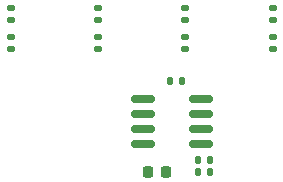
<source format=gbr>
%TF.GenerationSoftware,KiCad,Pcbnew,6.0.11-2627ca5db0~126~ubuntu22.04.1*%
%TF.CreationDate,2023-09-03T11:16:54+02:00*%
%TF.ProjectId,4Bit_I2C_Port_Expander_Module_FUEL4EP,34426974-5f49-4324-935f-506f72745f45,V1.0*%
%TF.SameCoordinates,Original*%
%TF.FileFunction,Paste,Top*%
%TF.FilePolarity,Positive*%
%FSLAX46Y46*%
G04 Gerber Fmt 4.6, Leading zero omitted, Abs format (unit mm)*
G04 Created by KiCad (PCBNEW 6.0.11-2627ca5db0~126~ubuntu22.04.1) date 2023-09-03 11:16:54*
%MOMM*%
%LPD*%
G01*
G04 APERTURE LIST*
G04 Aperture macros list*
%AMRoundRect*
0 Rectangle with rounded corners*
0 $1 Rounding radius*
0 $2 $3 $4 $5 $6 $7 $8 $9 X,Y pos of 4 corners*
0 Add a 4 corners polygon primitive as box body*
4,1,4,$2,$3,$4,$5,$6,$7,$8,$9,$2,$3,0*
0 Add four circle primitives for the rounded corners*
1,1,$1+$1,$2,$3*
1,1,$1+$1,$4,$5*
1,1,$1+$1,$6,$7*
1,1,$1+$1,$8,$9*
0 Add four rect primitives between the rounded corners*
20,1,$1+$1,$2,$3,$4,$5,0*
20,1,$1+$1,$4,$5,$6,$7,0*
20,1,$1+$1,$6,$7,$8,$9,0*
20,1,$1+$1,$8,$9,$2,$3,0*%
G04 Aperture macros list end*
%ADD10RoundRect,0.135000X0.185000X-0.135000X0.185000X0.135000X-0.185000X0.135000X-0.185000X-0.135000X0*%
%ADD11RoundRect,0.140000X0.140000X0.170000X-0.140000X0.170000X-0.140000X-0.170000X0.140000X-0.170000X0*%
%ADD12RoundRect,0.150000X-0.825000X-0.150000X0.825000X-0.150000X0.825000X0.150000X-0.825000X0.150000X0*%
%ADD13RoundRect,0.225000X0.225000X0.250000X-0.225000X0.250000X-0.225000X-0.250000X0.225000X-0.250000X0*%
%ADD14RoundRect,0.135000X-0.135000X-0.185000X0.135000X-0.185000X0.135000X0.185000X-0.135000X0.185000X0*%
%ADD15RoundRect,0.135000X0.135000X0.185000X-0.135000X0.185000X-0.135000X-0.185000X0.135000X-0.185000X0*%
G04 APERTURE END LIST*
D10*
%TO.C,R10*%
X24000000Y15190000D03*
X24000000Y16210000D03*
%TD*%
D11*
%TO.C,C2*%
X16280000Y10000000D03*
X15320000Y10000000D03*
%TD*%
D12*
%TO.C,U1*%
X12995000Y8505000D03*
X12995000Y7235000D03*
X12995000Y5965000D03*
X12995000Y4695000D03*
X17945000Y4695000D03*
X17945000Y5965000D03*
X17945000Y7235000D03*
X17945000Y8505000D03*
%TD*%
D13*
%TO.C,C1*%
X14999000Y2300000D03*
X13449000Y2300000D03*
%TD*%
D14*
%TO.C,R1*%
X17697269Y3337000D03*
X18717269Y3337000D03*
%TD*%
D15*
%TO.C,R2*%
X18710000Y2321000D03*
X17690000Y2321000D03*
%TD*%
D10*
%TO.C,R8*%
X16600000Y15190000D03*
X16600000Y16210000D03*
%TD*%
%TO.C,R6*%
X9200000Y15190000D03*
X9200000Y16210000D03*
%TD*%
%TO.C,R3*%
X1800000Y12690000D03*
X1800000Y13710000D03*
%TD*%
%TO.C,R5*%
X9200000Y12690000D03*
X9200000Y13710000D03*
%TD*%
%TO.C,R9*%
X24000000Y12690000D03*
X24000000Y13710000D03*
%TD*%
%TO.C,R4*%
X1800000Y15190000D03*
X1800000Y16210000D03*
%TD*%
%TO.C,R7*%
X16600000Y12690000D03*
X16600000Y13710000D03*
%TD*%
M02*

</source>
